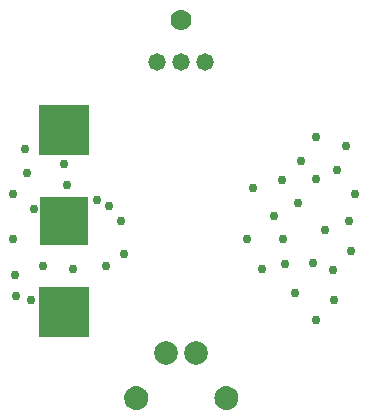
<source format=gbr>
G04 EAGLE Gerber X2 export*
%TF.Part,Single*%
%TF.FileFunction,Soldermask,Bot,1*%
%TF.FilePolarity,Negative*%
%TF.GenerationSoftware,Autodesk,EAGLE,8.7.0*%
%TF.CreationDate,2018-06-27T00:28:53Z*%
G75*
%MOMM*%
%FSLAX34Y34*%
%LPD*%
%AMOC8*
5,1,8,0,0,1.08239X$1,22.5*%
G01*
%ADD10C,1.778000*%
%ADD11C,2.006600*%
%ADD12C,1.477000*%
%ADD13R,4.087000X4.087000*%
%ADD14R,4.297000X4.297000*%
%ADD15C,0.762000*%

G36*
X228691Y30563D02*
X228691Y30563D01*
X228756Y30559D01*
X230587Y30719D01*
X230633Y30732D01*
X230709Y30742D01*
X232473Y31256D01*
X232517Y31277D01*
X232589Y31302D01*
X234219Y32151D01*
X234257Y32180D01*
X234323Y32219D01*
X235756Y33369D01*
X235788Y33405D01*
X235845Y33456D01*
X237026Y34864D01*
X237050Y34905D01*
X237096Y34966D01*
X237641Y35959D01*
X237980Y36578D01*
X237995Y36623D01*
X238029Y36692D01*
X238581Y38445D01*
X238587Y38492D01*
X238607Y38566D01*
X238807Y40393D01*
X238803Y40439D01*
X238809Y40508D01*
X238686Y42184D01*
X238675Y42227D01*
X238669Y42293D01*
X238258Y43923D01*
X238239Y43963D01*
X238221Y44027D01*
X237533Y45560D01*
X237508Y45597D01*
X237479Y45657D01*
X236535Y47047D01*
X236504Y47079D01*
X236466Y47133D01*
X235295Y48339D01*
X235259Y48365D01*
X235211Y48411D01*
X233849Y49395D01*
X233808Y49414D01*
X233754Y49451D01*
X232241Y50184D01*
X232198Y50196D01*
X232138Y50223D01*
X230521Y50681D01*
X230476Y50686D01*
X230412Y50702D01*
X228740Y50873D01*
X228692Y50869D01*
X228613Y50873D01*
X226941Y50707D01*
X226898Y50695D01*
X226833Y50686D01*
X225215Y50232D01*
X225174Y50213D01*
X225111Y50193D01*
X223597Y49465D01*
X223561Y49439D01*
X223502Y49409D01*
X222137Y48428D01*
X222106Y48396D01*
X222053Y48356D01*
X220879Y47154D01*
X220854Y47117D01*
X220809Y47069D01*
X219862Y45681D01*
X219844Y45640D01*
X219808Y45584D01*
X219116Y44053D01*
X219105Y44010D01*
X219079Y43949D01*
X218664Y42320D01*
X218661Y42276D01*
X218646Y42211D01*
X218520Y40536D01*
X218524Y40489D01*
X218522Y40417D01*
X218727Y38582D01*
X218741Y38535D01*
X218753Y38460D01*
X219313Y36699D01*
X219336Y36657D01*
X219362Y36585D01*
X220255Y34968D01*
X220285Y34930D01*
X220325Y34865D01*
X221516Y33453D01*
X221553Y33422D01*
X221605Y33366D01*
X223049Y32213D01*
X223091Y32191D01*
X223153Y32146D01*
X224794Y31297D01*
X224840Y31283D01*
X224909Y31251D01*
X226684Y30738D01*
X226732Y30733D01*
X226807Y30716D01*
X228647Y30559D01*
X228691Y30563D01*
G37*
G36*
X152415Y30487D02*
X152415Y30487D01*
X152480Y30483D01*
X154311Y30643D01*
X154357Y30656D01*
X154433Y30666D01*
X156197Y31180D01*
X156241Y31201D01*
X156313Y31226D01*
X157943Y32075D01*
X157981Y32104D01*
X158047Y32143D01*
X159480Y33293D01*
X159512Y33329D01*
X159569Y33380D01*
X160750Y34788D01*
X160774Y34829D01*
X160820Y34890D01*
X161365Y35883D01*
X161704Y36502D01*
X161719Y36547D01*
X161753Y36616D01*
X162305Y38369D01*
X162311Y38416D01*
X162331Y38490D01*
X162531Y40317D01*
X162527Y40363D01*
X162533Y40432D01*
X162410Y42108D01*
X162399Y42151D01*
X162393Y42217D01*
X161982Y43847D01*
X161963Y43887D01*
X161945Y43951D01*
X161257Y45484D01*
X161232Y45521D01*
X161203Y45581D01*
X160259Y46971D01*
X160228Y47003D01*
X160190Y47057D01*
X159019Y48263D01*
X158983Y48289D01*
X158935Y48335D01*
X157573Y49319D01*
X157532Y49338D01*
X157478Y49375D01*
X155965Y50108D01*
X155922Y50120D01*
X155862Y50147D01*
X154245Y50605D01*
X154200Y50610D01*
X154136Y50626D01*
X152464Y50797D01*
X152416Y50793D01*
X152337Y50797D01*
X150665Y50631D01*
X150622Y50619D01*
X150557Y50610D01*
X148939Y50156D01*
X148898Y50137D01*
X148835Y50117D01*
X147321Y49389D01*
X147285Y49363D01*
X147226Y49333D01*
X145861Y48352D01*
X145830Y48320D01*
X145777Y48280D01*
X144603Y47078D01*
X144578Y47041D01*
X144533Y46993D01*
X143586Y45605D01*
X143568Y45564D01*
X143532Y45508D01*
X142840Y43977D01*
X142829Y43934D01*
X142803Y43873D01*
X142388Y42244D01*
X142385Y42200D01*
X142370Y42135D01*
X142244Y40460D01*
X142248Y40413D01*
X142246Y40341D01*
X142451Y38506D01*
X142465Y38459D01*
X142477Y38384D01*
X143037Y36623D01*
X143060Y36581D01*
X143086Y36509D01*
X143979Y34892D01*
X144009Y34854D01*
X144049Y34789D01*
X145240Y33377D01*
X145277Y33346D01*
X145329Y33290D01*
X146773Y32137D01*
X146815Y32115D01*
X146877Y32070D01*
X148518Y31221D01*
X148564Y31207D01*
X148633Y31175D01*
X150408Y30662D01*
X150456Y30657D01*
X150531Y30640D01*
X152371Y30483D01*
X152415Y30487D01*
G37*
D10*
X190500Y360680D03*
D11*
X177800Y78740D03*
X203200Y78740D03*
D12*
X170180Y325120D03*
X190500Y325120D03*
X210820Y325120D03*
D13*
X91440Y190500D03*
D14*
X91440Y113650D03*
X91440Y267350D03*
D15*
X251460Y218440D03*
X334010Y165100D03*
X276860Y175260D03*
X320040Y123190D03*
X304800Y106680D03*
X322580Y233680D03*
X259080Y149860D03*
X337820Y213360D03*
X292100Y241300D03*
X289560Y205740D03*
X312420Y182880D03*
X275590Y224790D03*
X278130Y153670D03*
X246380Y175260D03*
X302260Y154940D03*
X318770Y148590D03*
X304800Y226060D03*
X330200Y254000D03*
X287020Y129540D03*
X269240Y194310D03*
X304800Y261620D03*
X332740Y190500D03*
X127000Y152400D03*
X91440Y238760D03*
X129540Y203200D03*
X49530Y144780D03*
X66040Y200660D03*
X99060Y149860D03*
X50800Y127000D03*
X59690Y231140D03*
X142240Y162560D03*
X73660Y152400D03*
X58420Y251460D03*
X93980Y220980D03*
X48260Y175260D03*
X63500Y123190D03*
X119380Y208280D03*
X48260Y213360D03*
X139700Y190500D03*
M02*

</source>
